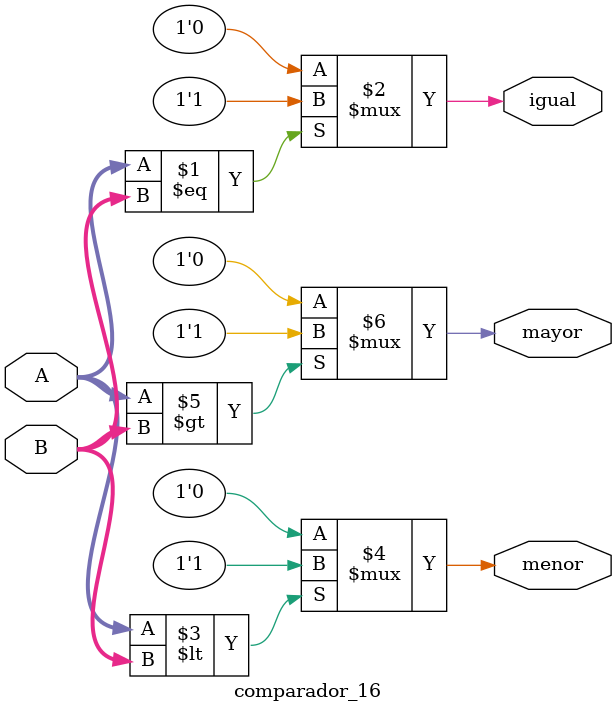
<source format=v>
module comparador_16(
    input [15:0] A,
    input [15:0] B,
    output igual,
    output menor,
    output mayor
    );
    //assign mayor = 1'b0;
    assign igual = (A==B)?1'b1:1'b0;
    assign menor = (A<B)?1'b1:1'b0;
    assign mayor = (A>B)?1'b1:1'b0;  
endmodule

</source>
